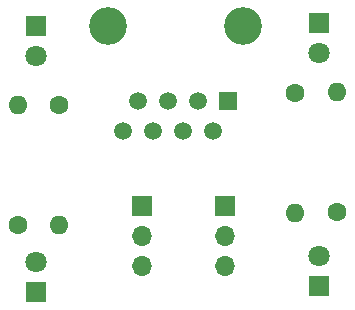
<source format=gbr>
%TF.GenerationSoftware,KiCad,Pcbnew,7.0.9*%
%TF.CreationDate,2023-12-13T17:43:11-05:00*%
%TF.ProjectId,Servo_Adapt,53657276-6f5f-4416-9461-70742e6b6963,rev?*%
%TF.SameCoordinates,Original*%
%TF.FileFunction,Soldermask,Top*%
%TF.FilePolarity,Negative*%
%FSLAX46Y46*%
G04 Gerber Fmt 4.6, Leading zero omitted, Abs format (unit mm)*
G04 Created by KiCad (PCBNEW 7.0.9) date 2023-12-13 17:43:11*
%MOMM*%
%LPD*%
G01*
G04 APERTURE LIST*
%ADD10C,1.600000*%
%ADD11O,1.600000X1.600000*%
%ADD12R,1.800000X1.800000*%
%ADD13C,1.800000*%
%ADD14R,1.700000X1.700000*%
%ADD15O,1.700000X1.700000*%
%ADD16C,3.200000*%
%ADD17R,1.500000X1.500000*%
%ADD18C,1.500000*%
G04 APERTURE END LIST*
D10*
%TO.C,R4*%
X151000000Y-77920000D03*
D11*
X151000000Y-88080000D03*
%TD*%
D10*
%TO.C,R3*%
X154500000Y-88000000D03*
D11*
X154500000Y-77840000D03*
%TD*%
D12*
%TO.C,D4*%
X153000000Y-72000000D03*
D13*
X153000000Y-74540000D03*
%TD*%
D12*
%TO.C,D3*%
X153000000Y-94275000D03*
D13*
X153000000Y-91735000D03*
%TD*%
D10*
%TO.C,R2*%
X131000000Y-78920000D03*
D11*
X131000000Y-89080000D03*
%TD*%
D10*
%TO.C,R1*%
X127500000Y-89080000D03*
D11*
X127500000Y-78920000D03*
%TD*%
D14*
%TO.C,J3*%
X138000000Y-87500000D03*
D15*
X138000000Y-90040000D03*
X138000000Y-92580000D03*
%TD*%
D14*
%TO.C,J2*%
X145000000Y-87460000D03*
D15*
X145000000Y-90000000D03*
X145000000Y-92540000D03*
%TD*%
D16*
%TO.C,J1*%
X135122500Y-72250000D03*
X146552500Y-72250000D03*
D17*
X145282500Y-78600000D03*
D18*
X144012500Y-81140000D03*
X142742500Y-78600000D03*
X141472500Y-81140000D03*
X140202500Y-78600000D03*
X138932500Y-81140000D03*
X137662500Y-78600000D03*
X136392500Y-81140000D03*
%TD*%
D12*
%TO.C,D2*%
X129000000Y-94775000D03*
D13*
X129000000Y-92235000D03*
%TD*%
D12*
%TO.C,D1*%
X129000000Y-72225000D03*
D13*
X129000000Y-74765000D03*
%TD*%
M02*

</source>
